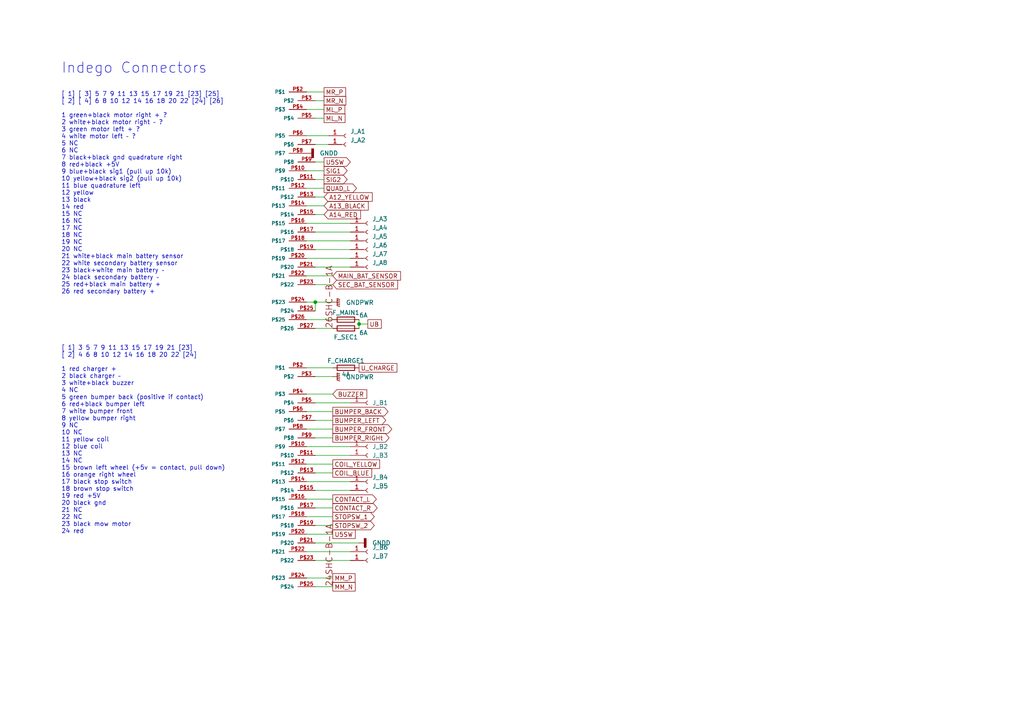
<source format=kicad_sch>
(kicad_sch (version 20211123) (generator eeschema)
  (paper "A4")
  (lib_symbols
    (symbol "24SHC-B-1A:24SHC-B-1A" (pin_names (offset 1.016))
      (symbol "24SHC-B-1A_0_0"
        (text "24SHC-B-1A" (at 0 -5.08 0) (effects (font (size 1.778 1.778)) (justify left bottom)))
        (pin bidirectional line (at 40.64 2.54 90) (length 5.08) (name "P$9") (number "P$10"))
        (pin bidirectional line (at 38.1 0 90) (length 5.08) (name "P$10") (number "P$11"))
        (pin bidirectional line (at 35.56 2.54 90) (length 5.08) (name "P$11") (number "P$12"))
        (pin bidirectional line (at 33.02 0 90) (length 5.08) (name "P$12") (number "P$13"))
        (pin bidirectional line (at 30.48 2.54 90) (length 5.08) (name "P$13") (number "P$14"))
        (pin bidirectional line (at 27.94 0 90) (length 5.08) (name "P$14") (number "P$15"))
        (pin bidirectional line (at 25.4 2.54 90) (length 5.08) (name "P$15") (number "P$16"))
        (pin bidirectional line (at 22.86 0 90) (length 5.08) (name "P$16") (number "P$17"))
        (pin bidirectional line (at 20.32 2.54 90) (length 5.08) (name "P$17") (number "P$18"))
        (pin bidirectional line (at 17.78 0 90) (length 5.08) (name "P$18") (number "P$19"))
        (pin bidirectional line (at 63.5 2.54 90) (length 5.08) (name "P$1") (number "P$2"))
        (pin bidirectional line (at 15.24 2.54 90) (length 5.08) (name "P$19") (number "P$20"))
        (pin bidirectional line (at 12.7 0 90) (length 5.08) (name "P$20") (number "P$21"))
        (pin bidirectional line (at 10.16 2.54 90) (length 5.08) (name "P$21") (number "P$22"))
        (pin bidirectional line (at 7.62 0 90) (length 5.08) (name "P$22") (number "P$23"))
        (pin bidirectional line (at 2.54 2.54 90) (length 5.08) (name "P$23") (number "P$24"))
        (pin bidirectional line (at 0 0 90) (length 5.08) (name "P$24") (number "P$25"))
        (pin bidirectional line (at 60.96 0 90) (length 5.08) (name "P$2") (number "P$3"))
        (pin bidirectional line (at 55.88 2.54 90) (length 5.08) (name "P$3") (number "P$4"))
        (pin bidirectional line (at 53.34 0 90) (length 5.08) (name "P$4") (number "P$5"))
        (pin bidirectional line (at 50.8 2.54 90) (length 5.08) (name "P$5") (number "P$6"))
        (pin bidirectional line (at 48.26 0 90) (length 5.08) (name "P$6") (number "P$7"))
        (pin bidirectional line (at 45.72 2.54 90) (length 5.08) (name "P$7") (number "P$8"))
        (pin bidirectional line (at 43.18 0 90) (length 5.08) (name "P$8") (number "P$9"))
      )
    )
    (symbol "26SHC-B-1A:26SHC-B-1A" (pin_names (offset 1.016))
      (symbol "26SHC-B-1A_0_0"
        (text "26SHC-B-1A" (at 0 -5.08 0) (effects (font (size 1.778 1.778)) (justify left bottom)))
        (pin bidirectional line (at 45.72 2.54 90) (length 5.08) (name "P$9") (number "P$10"))
        (pin bidirectional line (at 43.18 0 90) (length 5.08) (name "P$10") (number "P$11"))
        (pin bidirectional line (at 40.64 2.54 90) (length 5.08) (name "P$11") (number "P$12"))
        (pin bidirectional line (at 38.1 0 90) (length 5.08) (name "P$12") (number "P$13"))
        (pin bidirectional line (at 35.56 2.54 90) (length 5.08) (name "P$13") (number "P$14"))
        (pin bidirectional line (at 33.02 0 90) (length 5.08) (name "P$14") (number "P$15"))
        (pin bidirectional line (at 30.48 2.54 90) (length 5.08) (name "P$15") (number "P$16"))
        (pin bidirectional line (at 27.94 0 90) (length 5.08) (name "P$16") (number "P$17"))
        (pin bidirectional line (at 25.4 2.54 90) (length 5.08) (name "P$17") (number "P$18"))
        (pin bidirectional line (at 22.86 0 90) (length 5.08) (name "P$18") (number "P$19"))
        (pin bidirectional line (at 68.58 2.54 90) (length 5.08) (name "P$1") (number "P$2"))
        (pin bidirectional line (at 20.32 2.54 90) (length 5.08) (name "P$19") (number "P$20"))
        (pin bidirectional line (at 17.78 0 90) (length 5.08) (name "P$20") (number "P$21"))
        (pin bidirectional line (at 15.24 2.54 90) (length 5.08) (name "P$21") (number "P$22"))
        (pin bidirectional line (at 12.7 0 90) (length 5.08) (name "P$22") (number "P$23"))
        (pin bidirectional line (at 7.62 2.54 90) (length 5.08) (name "P$23") (number "P$24"))
        (pin bidirectional line (at 5.08 0 90) (length 5.08) (name "P$24") (number "P$25"))
        (pin bidirectional line (at 2.54 2.54 90) (length 5.08) (name "P$25") (number "P$26"))
        (pin bidirectional line (at 0 0 90) (length 5.08) (name "P$26") (number "P$27"))
        (pin bidirectional line (at 66.04 0 90) (length 5.08) (name "P$2") (number "P$3"))
        (pin bidirectional line (at 63.5 2.54 90) (length 5.08) (name "P$3") (number "P$4"))
        (pin bidirectional line (at 60.96 0 90) (length 5.08) (name "P$4") (number "P$5"))
        (pin bidirectional line (at 55.88 2.54 90) (length 5.08) (name "P$5") (number "P$6"))
        (pin bidirectional line (at 53.34 0 90) (length 5.08) (name "P$6") (number "P$7"))
        (pin bidirectional line (at 50.8 2.54 90) (length 5.08) (name "P$7") (number "P$8"))
        (pin bidirectional line (at 48.26 0 90) (length 5.08) (name "P$8") (number "P$9"))
      )
    )
    (symbol "Connector:Conn_01x01_Female" (pin_names (offset 1.016) hide)
      (property "Reference" "J" (at 0 2.54 0))
      (property "Value" "Conn_01x01_Female" (at 0 -2.54 0))
      (symbol "Conn_01x01_Female_1_1"
        (polyline (pts (xy -1.27 0) (xy -0.508 0)) (stroke (width 0.1524)))
        (arc (start 0 0.508) (mid -0.508 0) (end 0 -0.508) (stroke (width 0.1524)))
        (pin passive line (at -5.08 0 0) (length 3.81) (name "Pin_1") (number "1"))
      )
    )
    (symbol "Device:Fuse" (pin_numbers hide) (pin_names (offset 0))
      (property "Reference" "F" (at 2.032 0 90))
      (property "Value" "Fuse" (at -1.905 0 90))
      (symbol "Fuse_0_1"
        (rectangle (start -0.762 -2.54) (end 0.762 2.54) (stroke (width 0.254)))
        (polyline (pts (xy 0 2.54) (xy 0 -2.54)))
      )
      (symbol "Fuse_1_1"
        (pin passive line (at 0 3.81 270) (length 1.27) (name "~") (number "1"))
        (pin passive line (at 0 -3.81 90) (length 1.27) (name "~") (number "2"))
      )
    )
    (symbol "power:GNDD" (power) (pin_names (offset 0))
      (property "Value" "GNDD" (at 0 -3.175 0))
      (symbol "GNDD_0_1"
        (rectangle (start -1.27 -1.524) (end 1.27 -2.032) (stroke (width 0.254)) (fill (type outline)))
        (polyline (pts (xy 0 0) (xy 0 -1.524)))
      )
      (symbol "GNDD_1_1"
        (pin power_in line (at 0 0 270) (length 0) hide (name "GNDD") (number "1"))
      )
    )
    (symbol "power:GNDPWR" (power) (pin_names (offset 0))
      (property "Value" "GNDPWR" (at 0 -3.302 0))
      (symbol "GNDPWR_0_1"
        (polyline (pts (xy 0 -1.27) (xy 0 0)))
        (polyline (pts (xy -1.016 -1.27) (xy -1.27 -2.032) (xy -1.27 -2.032)) (stroke (width 0.2032)))
        (polyline (pts (xy -0.508 -1.27) (xy -0.762 -2.032) (xy -0.762 -2.032)) (stroke (width 0.2032)))
        (polyline (pts (xy 0 -1.27) (xy -0.254 -2.032) (xy -0.254 -2.032)) (stroke (width 0.2032)))
        (polyline (pts (xy 0.508 -1.27) (xy 0.254 -2.032) (xy 0.254 -2.032)) (stroke (width 0.2032)))
        (polyline (pts (xy 1.016 -1.27) (xy -1.016 -1.27) (xy -1.016 -1.27)) (stroke (width 0.2032)))
        (polyline (pts (xy 1.016 -1.27) (xy 0.762 -2.032) (xy 0.762 -2.032) (xy 0.762 -2.032)) (stroke (width 0.2032)))
      )
      (symbol "GNDPWR_1_1"
        (pin power_in line (at 0 0 270) (length 0) hide (name "GNDPWR") (number "1"))
      )
    )
  )
  (junction (at 91.44 87.63))
  (junction (at 104.14 93.98))
  (wire (pts (xy 104.14 93.98) (xy 104.14 95.25)))
  (wire (pts (xy 96.52 82.55) (xy 91.44 82.55)))
  (wire (pts (xy 101.6 132.08) (xy 91.44 132.08)))
  (wire (pts (xy 96.52 87.63) (xy 91.44 87.63)))
  (wire (pts (xy 96.52 106.68) (xy 88.9 106.68)))
  (wire (pts (xy 96.52 154.94) (xy 88.9 154.94)))
  (wire (pts (xy 93.98 59.69) (xy 88.9 59.69)))
  (wire (pts (xy 96.52 149.86) (xy 88.9 149.86)))
  (wire (pts (xy 93.98 62.23) (xy 91.44 62.23)))
  (wire (pts (xy 101.6 77.47) (xy 91.44 77.47)))
  (wire (pts (xy 101.6 74.93) (xy 88.9 74.93)))
  (wire (pts (xy 93.98 34.29) (xy 91.44 34.29)))
  (wire (pts (xy 96.52 124.46) (xy 88.9 124.46)))
  (wire (pts (xy 101.6 116.84) (xy 91.44 116.84)))
  (wire (pts (xy 96.52 144.78) (xy 88.9 144.78)))
  (wire (pts (xy 96.52 80.01) (xy 88.9 80.01)))
  (wire (pts (xy 96.52 167.64) (xy 88.9 167.64)))
  (wire (pts (xy 93.98 49.53) (xy 88.9 49.53)))
  (wire (pts (xy 104.14 92.71) (xy 104.14 93.98)))
  (wire (pts (xy 93.98 26.67) (xy 88.9 26.67)))
  (wire (pts (xy 91.44 87.63) (xy 91.44 90.17)))
  (wire (pts (xy 101.6 69.85) (xy 88.9 69.85)))
  (wire (pts (xy 101.6 72.39) (xy 91.44 72.39)))
  (wire (pts (xy 96.52 137.16) (xy 91.44 137.16)))
  (wire (pts (xy 96.52 127) (xy 91.44 127)))
  (wire (pts (xy 101.6 160.02) (xy 88.9 160.02)))
  (wire (pts (xy 93.98 46.99) (xy 91.44 46.99)))
  (wire (pts (xy 101.6 67.31) (xy 91.44 67.31)))
  (wire (pts (xy 101.6 142.24) (xy 91.44 142.24)))
  (wire (pts (xy 96.52 95.25) (xy 91.44 95.25)))
  (wire (pts (xy 93.98 52.07) (xy 91.44 52.07)))
  (wire (pts (xy 104.14 93.98) (xy 106.68 93.98)))
  (wire (pts (xy 96.52 119.38) (xy 88.9 119.38)))
  (wire (pts (xy 96.52 152.4) (xy 91.44 152.4)))
  (wire (pts (xy 95.25 39.37) (xy 88.9 39.37)))
  (wire (pts (xy 96.52 147.32) (xy 91.44 147.32)))
  (wire (pts (xy 101.6 64.77) (xy 88.9 64.77)))
  (wire (pts (xy 93.98 29.21) (xy 91.44 29.21)))
  (wire (pts (xy 95.25 41.91) (xy 91.44 41.91)))
  (wire (pts (xy 96.52 170.18) (xy 91.44 170.18)))
  (wire (pts (xy 96.52 121.92) (xy 91.44 121.92)))
  (wire (pts (xy 93.98 31.75) (xy 88.9 31.75)))
  (wire (pts (xy 101.6 162.56) (xy 91.44 162.56)))
  (wire (pts (xy 96.52 92.71) (xy 88.9 92.71)))
  (wire (pts (xy 93.98 57.15) (xy 91.44 57.15)))
  (wire (pts (xy 104.14 157.48) (xy 91.44 157.48)))
  (wire (pts (xy 96.52 134.62) (xy 88.9 134.62)))
  (wire (pts (xy 91.44 87.63) (xy 88.9 87.63)))
  (wire (pts (xy 101.6 129.54) (xy 88.9 129.54)))
  (wire (pts (xy 96.52 109.22) (xy 91.44 109.22)))
  (wire (pts (xy 101.6 139.7) (xy 88.9 139.7)))
  (wire (pts (xy 93.98 54.61) (xy 88.9 54.61)))
  (wire (pts (xy 96.52 114.3) (xy 88.9 114.3)))
  (text "Indego Connectors\n" (at 17.78 21.59 0) (effects (font (size 3 3)) (justify left bottom)))
  (text "[ 1] [ 3] 5 7 9 11 13 15 17 19 21 [23] [25]\n[ 2] [ 4] 6 8 10 12 14 16 18 20 22 [24] [26]\n\n1 green+black motor right + ?\n2 white+black motor right – ?\n3 green motor left + ?\n4 white motor left – ?\n5 NC\n6 NC\n7 black+black gnd quadrature right\n8 red+black +5V\n9 blue+black sig1 (pull up 10k)\n10 yellow+black sig2 (pull up 10k)\n11 blue quadrature left\n12 yellow\n13 black\n14 red\n15 NC\n16 NC\n17 NC\n18 NC\n19 NC\n20 NC\n21 white+black main battery sensor\n22 white secondary battery sensor\n23 black+white main battery –\n24 black secondary battery –\n25 red+black main battery +\n26 red secondary battery +\n\n\n\n\n\n\n\n[ 1] 3 5 7 9 11 13 15 17 19 21 [23]\n[ 2] 4 6 8 10 12 14 16 18 20 22 [24]\n\n1 red charger +\n2 black charger –\n3 white+black buzzer\n4 NC\n5 green bumper back (positive if contact)\n6 red+black bumper left\n7 white bumper front\n8 yellow bumper right\n9 NC\n10 NC\n11 yellow coil\n12 blue coil\n13 NC\n14 NC\n15 brown left wheel (+5v = contact, pull down)\n16 orange right wheel\n17 black stop switch\n18 brown stop switch\n19 red +5V\n20 black gnd\n21 NC\n22 NC\n23 black mow motor\n24 red" (at 17.78 154.94 0) (effects (font (size 1.27 1.27)) (justify left bottom)))
  (global_label "ML_P" (shape passive) (at 93.98 31.75 0) (property "Intersheet References" "${INTERSHEET_REFS}" (effects hide)))
  (global_label "STOPSW_2" (shape output) (at 96.52 152.4 0) (property "Intersheet References" "${INTERSHEET_REFS}" (effects hide)))
  (global_label "BUZZER" (shape input) (at 96.52 114.3 0) (property "Intersheet References" "${INTERSHEET_REFS}" (effects hide)))
  (global_label "A13_BLACK" (shape input) (at 93.98 59.69 0) (property "Intersheet References" "${INTERSHEET_REFS}" (effects hide)))
  (global_label "BUMPER_LEFT" (shape output) (at 96.52 121.92 0) (property "Intersheet References" "${INTERSHEET_REFS}" (effects hide)))
  (global_label "U5SW" (shape passive) (at 96.52 154.94 0) (property "Intersheet References" "${INTERSHEET_REFS}" (effects hide)))
  (global_label "BUMPER_BACK" (shape output) (at 96.52 119.38 0) (property "Intersheet References" "${INTERSHEET_REFS}" (effects hide)))
  (global_label "MR_N" (shape passive) (at 93.98 29.21 0) (property "Intersheet References" "${INTERSHEET_REFS}" (effects hide)))
  (global_label "COIL_YELLOW" (shape passive) (at 96.52 134.62 0) (property "Intersheet References" "${INTERSHEET_REFS}" (effects hide)))
  (global_label "MM_N" (shape passive) (at 96.52 170.18 0) (property "Intersheet References" "${INTERSHEET_REFS}" (effects hide)))
  (global_label "A12_YELLOW" (shape input) (at 93.98 57.15 0) (property "Intersheet References" "${INTERSHEET_REFS}" (effects hide)))
  (global_label "A14_RED" (shape input) (at 93.98 62.23 0) (property "Intersheet References" "${INTERSHEET_REFS}" (effects hide)))
  (global_label "UB" (shape passive) (at 106.68 93.98 0) (property "Intersheet References" "${INTERSHEET_REFS}" (effects hide)))
  (global_label "SIG2" (shape output) (at 93.98 52.07 0) (property "Intersheet References" "${INTERSHEET_REFS}" (effects hide)))
  (global_label "U_CHARGE" (shape passive) (at 104.14 106.68 0) (property "Intersheet References" "${INTERSHEET_REFS}" (effects hide)))
  (global_label "BUMPER_RIGHt" (shape output) (at 96.52 127 0) (property "Intersheet References" "${INTERSHEET_REFS}" (effects hide)))
  (global_label "BUMPER_FRONT" (shape output) (at 96.52 124.46 0) (property "Intersheet References" "${INTERSHEET_REFS}" (effects hide)))
  (global_label "MR_P" (shape passive) (at 93.98 26.67 0) (property "Intersheet References" "${INTERSHEET_REFS}" (effects hide)))
  (global_label "COIL_BLUE" (shape passive) (at 96.52 137.16 0) (property "Intersheet References" "${INTERSHEET_REFS}" (effects hide)))
  (global_label "U5SW" (shape output) (at 93.98 46.99 0) (property "Intersheet References" "${INTERSHEET_REFS}" (effects hide)))
  (global_label "CONTACT_L" (shape output) (at 96.52 144.78 0) (property "Intersheet References" "${INTERSHEET_REFS}" (effects hide)))
  (global_label "MM_P" (shape passive) (at 96.52 167.64 0) (property "Intersheet References" "${INTERSHEET_REFS}" (effects hide)))
  (global_label "STOPSW_1" (shape output) (at 96.52 149.86 0) (property "Intersheet References" "${INTERSHEET_REFS}" (effects hide)))
  (global_label "QUAD_L" (shape output) (at 93.98 54.61 0) (property "Intersheet References" "${INTERSHEET_REFS}" (effects hide)))
  (global_label "SEC_BAT_SENSOR" (shape input) (at 96.52 82.55 0) (property "Intersheet References" "${INTERSHEET_REFS}" (effects hide)))
  (global_label "CONTACT_R" (shape output) (at 96.52 147.32 0) (property "Intersheet References" "${INTERSHEET_REFS}" (effects hide)))
  (global_label "SIG1" (shape output) (at 93.98 49.53 0) (property "Intersheet References" "${INTERSHEET_REFS}" (effects hide)))
  (global_label "ML_N" (shape passive) (at 93.98 34.29 0) (property "Intersheet References" "${INTERSHEET_REFS}" (effects hide)))
  (global_label "MAIN_BAT_SENSOR" (shape input) (at 96.52 80.01 0) (property "Intersheet References" "${INTERSHEET_REFS}" (effects hide)))
  (symbol (lib_id "power:GNDPWR") (at 96.52 109.22 90) (unit 1)
    (property "Reference" "#PWR03" (effects hide))
    (property "Value" "~" (at 100.33 109.3469 90) (effects (justify right)))
  )
  (symbol (lib_id "Connector:Conn_01x01_Female") (at 106.68 132.08 0) (unit 1)
    (property "Reference" "J_B3" (at 107.95 132.08 0) (effects (justify left)))
    (property "Footprint" "Connector_Wire:SolderWire-0.5sqmm_1x01_D0.9mm_OD2.1mm" (effects hide))
  )
  (symbol (lib_id "Connector:Conn_01x01_Female") (at 106.68 72.39 0) (unit 1)
    (property "Reference" "J_A6" (at 107.95 71.1199 0) (effects (justify left)))
    (property "Footprint" "Connector_Wire:SolderWire-0.5sqmm_1x01_D0.9mm_OD2.1mm" (effects hide))
  )
  (symbol (lib_id "Connector:Conn_01x01_Female") (at 100.33 39.37 0) (unit 1)
    (property "Reference" "J_A1" (at 101.6 38.0999 0) (effects (justify left)))
    (property "Value" "Conn_01x01_Female" (effects hide))
    (property "Footprint" "Connector_Wire:SolderWire-0.5sqmm_1x01_D0.9mm_OD2.1mm" (effects hide))
  )
  (symbol (lib_id "Device:Fuse") (at 100.33 92.71 90) (unit 1)
    (property "Reference" "F_MAIN1" (at 100.33 90.678 90))
    (property "Value" "6A" (at 105.41 91.44 90))
    (property "Footprint" "Fuse:Fuseholder_Cylinder-5x20mm_Stelvio-Kontek_PTF78_Horizontal_Open" (effects hide))
  )
  (symbol (lib_id "Connector:Conn_01x01_Female") (at 106.68 116.84 0) (unit 1)
    (property "Reference" "J_B1" (at 107.95 116.84 0) (effects (justify left)))
    (property "Footprint" "Connector_Wire:SolderWire-0.5sqmm_1x01_D0.9mm_OD2.1mm" (effects hide))
  )
  (symbol (lib_id "Connector:Conn_01x01_Female") (at 106.68 160.02 0) (unit 1)
    (property "Reference" "J_B6" (at 107.95 158.7499 0) (effects (justify left)))
    (property "Footprint" "Connector_Wire:SolderWire-0.5sqmm_1x01_D0.9mm_OD2.1mm" (effects hide))
  )
  (symbol (lib_id "Connector:Conn_01x01_Female") (at 106.68 129.54 0) (unit 1)
    (property "Reference" "J_B2" (at 107.95 129.54 0) (effects (justify left)))
    (property "Footprint" "Connector_Wire:SolderWire-0.5sqmm_1x01_D0.9mm_OD2.1mm" (effects hide))
  )
  (symbol (lib_id "Connector:Conn_01x01_Female") (at 100.33 41.91 0) (unit 1)
    (property "Reference" "J_A2" (at 101.6 40.6399 0) (effects (justify left)))
    (property "Footprint" "Connector_Wire:SolderWire-0.5sqmm_1x01_D0.9mm_OD2.1mm" (effects hide))
  )
  (symbol (lib_id "Connector:Conn_01x01_Female") (at 106.68 74.93 0) (unit 1)
    (property "Reference" "J_A7" (at 107.95 73.6599 0) (effects (justify left)))
    (property "Footprint" "Connector_Wire:SolderWire-0.5sqmm_1x01_D0.9mm_OD2.1mm" (effects hide))
  )
  (symbol (lib_id "Connector:Conn_01x01_Female") (at 106.68 77.47 0) (unit 1)
    (property "Reference" "J_A8" (at 107.95 76.1999 0) (effects (justify left)))
    (property "Footprint" "Connector_Wire:SolderWire-0.5sqmm_1x01_D0.9mm_OD2.1mm" (effects hide))
  )
  (symbol (lib_id "26SHC-B-1A:26SHC-B-1A") (at 91.44 95.25 90) (unit 1)
    (property "Reference" "U1" (effects hide))
    (property "Value" "26SHC-B-1A" (effects hide))
    (property "Footprint" "26SHC-B-1A" (effects hide))
  )
  (symbol (lib_id "Device:Fuse") (at 100.33 95.25 90) (unit 1)
    (property "Reference" "F_SEC1" (at 100.33 97.79 90))
    (property "Value" "6A" (at 105.41 96.52 90))
    (property "Footprint" "Fuse:Fuseholder_Cylinder-5x20mm_Stelvio-Kontek_PTF78_Horizontal_Open" (effects hide))
  )
  (symbol (lib_id "Connector:Conn_01x01_Female") (at 106.68 67.31 0) (unit 1)
    (property "Reference" "J_A4" (at 107.95 66.0399 0) (effects (justify left)))
    (property "Footprint" "Connector_Wire:SolderWire-0.5sqmm_1x01_D0.9mm_OD2.1mm" (effects hide))
  )
  (symbol (lib_id "Connector:Conn_01x01_Female") (at 106.68 162.56 0) (unit 1)
    (property "Reference" "J_B7" (at 107.95 161.2899 0) (effects (justify left)))
    (property "Footprint" "Connector_Wire:SolderWire-0.5sqmm_1x01_D0.9mm_OD2.1mm" (effects hide))
  )
  (symbol (lib_id "Device:Fuse") (at 100.33 106.68 90) (unit 1)
    (property "Reference" "F_CHARGE1" (at 100.33 104.648 90))
    (property "Value" "4A" (at 100.33 108.585 90))
    (property "Footprint" "Fuse:Fuseholder_Cylinder-5x20mm_Stelvio-Kontek_PTF78_Horizontal_Open" (effects hide))
  )
  (symbol (lib_id "power:GNDD") (at 104.14 157.48 90) (unit 1)
    (property "Reference" "#PWR04" (effects hide))
    (property "Value" "~" (at 107.95 157.4799 90) (effects (justify right)))
  )
  (symbol (lib_id "power:GNDD") (at 88.9 44.45 90) (unit 1)
    (property "Reference" "#PWR01" (effects hide))
    (property "Value" "GNDD" (at 92.71 44.4499 90) (effects (justify right)))
  )
  (symbol (lib_id "Connector:Conn_01x01_Female") (at 106.68 139.7 0) (unit 1)
    (property "Reference" "J_B4" (at 107.95 138.4299 0) (effects (justify left)))
    (property "Footprint" "Connector_Wire:SolderWire-0.5sqmm_1x01_D0.9mm_OD2.1mm" (effects hide))
  )
  (symbol (lib_id "Connector:Conn_01x01_Female") (at 106.68 142.24 0) (unit 1)
    (property "Reference" "J_B5" (at 107.95 140.9699 0) (effects (justify left)))
    (property "Footprint" "Connector_Wire:SolderWire-0.5sqmm_1x01_D0.9mm_OD2.1mm" (effects hide))
  )
  (symbol (lib_id "Connector:Conn_01x01_Female") (at 106.68 64.77 0) (unit 1)
    (property "Reference" "J_A3" (at 107.95 63.4999 0) (effects (justify left)))
    (property "Footprint" "Connector_Wire:SolderWire-0.5sqmm_1x01_D0.9mm_OD2.1mm" (effects hide))
  )
  (symbol (lib_id "power:GNDPWR") (at 96.52 87.63 90) (unit 1)
    (property "Reference" "#PWR02" (effects hide))
    (property "Value" "GNDPWR" (at 100.33 87.7569 90) (effects (justify right)))
  )
  (symbol (lib_id "Connector:Conn_01x01_Female") (at 106.68 69.85 0) (unit 1)
    (property "Reference" "J_A5" (at 107.95 68.5799 0) (effects (justify left)))
    (property "Footprint" "Connector_Wire:SolderWire-0.5sqmm_1x01_D0.9mm_OD2.1mm" (effects hide))
  )
  (symbol (lib_id "24SHC-B-1A:24SHC-B-1A") (at 91.44 170.18 90) (unit 1)
    (property "Reference" "U2" (effects hide))
    (property "Value" "24SHC-B-1A" (effects hide))
    (property "Footprint" "24SHC-B-1A" (effects hide))
  )
)
</source>
